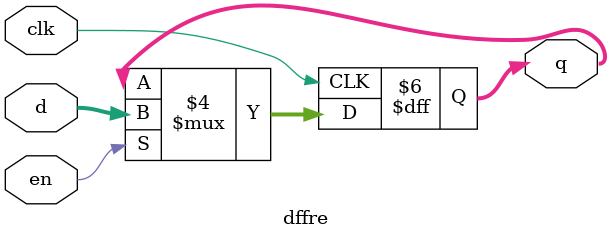
<source format=v>
module dffre2(clk, d, q, en);
parameter n = 32;
input clk, en;
input [n-1:0] d;
output [n-1:0] q;
reg [n-1:0] q;
always @(posedge clk)
	if (en==1)
		q = d ;
	else
	   q=0;
endmodule

module dffre(clk, d, q, en);
parameter n = 32;
input clk, en;
input [n-1:0] d;
output [n-1:0] q;
reg [n-1:0] q;
always @(posedge clk)
	if (en==1)
		q = d ;
endmodule


</source>
